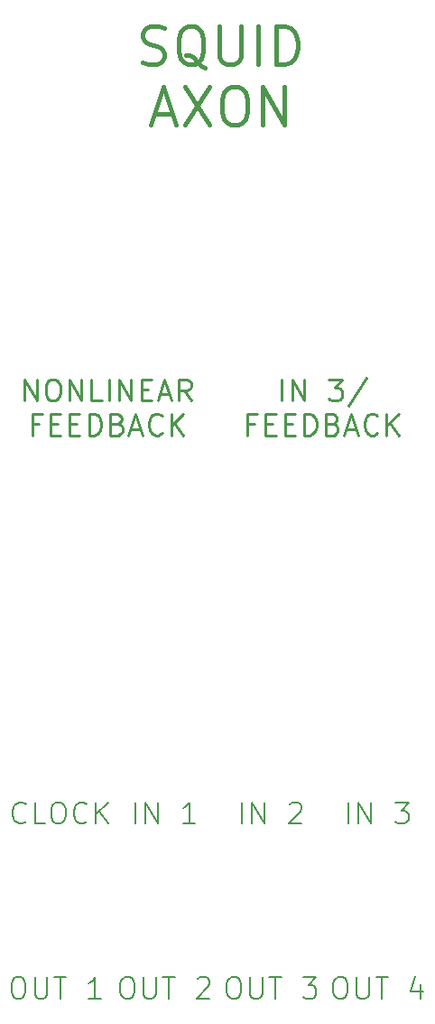
<source format=gbr>
G04 #@! TF.GenerationSoftware,KiCad,Pcbnew,(5.1.5-0)*
G04 #@! TF.CreationDate,2021-01-12T22:51:31-08:00*
G04 #@! TF.ProjectId,squidaxon,73717569-6461-4786-9f6e-2e6b69636164,rev?*
G04 #@! TF.SameCoordinates,Original*
G04 #@! TF.FileFunction,Legend,Top*
G04 #@! TF.FilePolarity,Positive*
%FSLAX46Y46*%
G04 Gerber Fmt 4.6, Leading zero omitted, Abs format (unit mm)*
G04 Created by KiCad (PCBNEW (5.1.5-0)) date 2021-01-12 22:51:31*
%MOMM*%
%LPD*%
G04 APERTURE LIST*
%ADD10C,0.250000*%
%ADD11C,0.200000*%
%ADD12C,0.400000*%
G04 APERTURE END LIST*
D10*
X26190476Y-36479761D02*
X26190476Y-34479761D01*
X27142857Y-36479761D02*
X27142857Y-34479761D01*
X28285714Y-36479761D01*
X28285714Y-34479761D01*
X30571428Y-34479761D02*
X31809523Y-34479761D01*
X31142857Y-35241666D01*
X31428571Y-35241666D01*
X31619047Y-35336904D01*
X31714285Y-35432142D01*
X31809523Y-35622619D01*
X31809523Y-36098809D01*
X31714285Y-36289285D01*
X31619047Y-36384523D01*
X31428571Y-36479761D01*
X30857142Y-36479761D01*
X30666666Y-36384523D01*
X30571428Y-36289285D01*
X34095238Y-34384523D02*
X32380952Y-36955952D01*
X23619047Y-38682142D02*
X22952380Y-38682142D01*
X22952380Y-39729761D02*
X22952380Y-37729761D01*
X23904761Y-37729761D01*
X24666666Y-38682142D02*
X25333333Y-38682142D01*
X25619047Y-39729761D02*
X24666666Y-39729761D01*
X24666666Y-37729761D01*
X25619047Y-37729761D01*
X26476190Y-38682142D02*
X27142857Y-38682142D01*
X27428571Y-39729761D02*
X26476190Y-39729761D01*
X26476190Y-37729761D01*
X27428571Y-37729761D01*
X28285714Y-39729761D02*
X28285714Y-37729761D01*
X28761904Y-37729761D01*
X29047619Y-37825000D01*
X29238095Y-38015476D01*
X29333333Y-38205952D01*
X29428571Y-38586904D01*
X29428571Y-38872619D01*
X29333333Y-39253571D01*
X29238095Y-39444047D01*
X29047619Y-39634523D01*
X28761904Y-39729761D01*
X28285714Y-39729761D01*
X30952380Y-38682142D02*
X31238095Y-38777380D01*
X31333333Y-38872619D01*
X31428571Y-39063095D01*
X31428571Y-39348809D01*
X31333333Y-39539285D01*
X31238095Y-39634523D01*
X31047619Y-39729761D01*
X30285714Y-39729761D01*
X30285714Y-37729761D01*
X30952380Y-37729761D01*
X31142857Y-37825000D01*
X31238095Y-37920238D01*
X31333333Y-38110714D01*
X31333333Y-38301190D01*
X31238095Y-38491666D01*
X31142857Y-38586904D01*
X30952380Y-38682142D01*
X30285714Y-38682142D01*
X32190476Y-39158333D02*
X33142857Y-39158333D01*
X32000000Y-39729761D02*
X32666666Y-37729761D01*
X33333333Y-39729761D01*
X35142857Y-39539285D02*
X35047619Y-39634523D01*
X34761904Y-39729761D01*
X34571428Y-39729761D01*
X34285714Y-39634523D01*
X34095238Y-39444047D01*
X34000000Y-39253571D01*
X33904761Y-38872619D01*
X33904761Y-38586904D01*
X34000000Y-38205952D01*
X34095238Y-38015476D01*
X34285714Y-37825000D01*
X34571428Y-37729761D01*
X34761904Y-37729761D01*
X35047619Y-37825000D01*
X35142857Y-37920238D01*
X36000000Y-39729761D02*
X36000000Y-37729761D01*
X37142857Y-39729761D02*
X36285714Y-38586904D01*
X37142857Y-37729761D02*
X36000000Y-38872619D01*
D11*
X21485714Y-90504761D02*
X21866666Y-90504761D01*
X22057142Y-90600000D01*
X22247619Y-90790476D01*
X22342857Y-91171428D01*
X22342857Y-91838095D01*
X22247619Y-92219047D01*
X22057142Y-92409523D01*
X21866666Y-92504761D01*
X21485714Y-92504761D01*
X21295238Y-92409523D01*
X21104761Y-92219047D01*
X21009523Y-91838095D01*
X21009523Y-91171428D01*
X21104761Y-90790476D01*
X21295238Y-90600000D01*
X21485714Y-90504761D01*
X23200000Y-90504761D02*
X23200000Y-92123809D01*
X23295238Y-92314285D01*
X23390476Y-92409523D01*
X23580952Y-92504761D01*
X23961904Y-92504761D01*
X24152380Y-92409523D01*
X24247619Y-92314285D01*
X24342857Y-92123809D01*
X24342857Y-90504761D01*
X25009523Y-90504761D02*
X26152380Y-90504761D01*
X25580952Y-92504761D02*
X25580952Y-90504761D01*
X28152380Y-90504761D02*
X29390476Y-90504761D01*
X28723809Y-91266666D01*
X29009523Y-91266666D01*
X29200000Y-91361904D01*
X29295238Y-91457142D01*
X29390476Y-91647619D01*
X29390476Y-92123809D01*
X29295238Y-92314285D01*
X29200000Y-92409523D01*
X29009523Y-92504761D01*
X28438095Y-92504761D01*
X28247619Y-92409523D01*
X28152380Y-92314285D01*
X1285714Y-90504761D02*
X1666666Y-90504761D01*
X1857142Y-90600000D01*
X2047619Y-90790476D01*
X2142857Y-91171428D01*
X2142857Y-91838095D01*
X2047619Y-92219047D01*
X1857142Y-92409523D01*
X1666666Y-92504761D01*
X1285714Y-92504761D01*
X1095238Y-92409523D01*
X904761Y-92219047D01*
X809523Y-91838095D01*
X809523Y-91171428D01*
X904761Y-90790476D01*
X1095238Y-90600000D01*
X1285714Y-90504761D01*
X3000000Y-90504761D02*
X3000000Y-92123809D01*
X3095238Y-92314285D01*
X3190476Y-92409523D01*
X3380952Y-92504761D01*
X3761904Y-92504761D01*
X3952380Y-92409523D01*
X4047619Y-92314285D01*
X4142857Y-92123809D01*
X4142857Y-90504761D01*
X4809523Y-90504761D02*
X5952380Y-90504761D01*
X5380952Y-92504761D02*
X5380952Y-90504761D01*
X9190476Y-92504761D02*
X8047619Y-92504761D01*
X8619047Y-92504761D02*
X8619047Y-90504761D01*
X8428571Y-90790476D01*
X8238095Y-90980952D01*
X8047619Y-91076190D01*
D12*
X13149999Y-4791666D02*
X13649999Y-4958333D01*
X14483333Y-4958333D01*
X14816666Y-4791666D01*
X14983333Y-4625000D01*
X15149999Y-4291666D01*
X15149999Y-3958333D01*
X14983333Y-3625000D01*
X14816666Y-3458333D01*
X14483333Y-3291666D01*
X13816666Y-3125000D01*
X13483333Y-2958333D01*
X13316666Y-2791666D01*
X13149999Y-2458333D01*
X13149999Y-2125000D01*
X13316666Y-1791666D01*
X13483333Y-1625000D01*
X13816666Y-1458333D01*
X14649999Y-1458333D01*
X15149999Y-1625000D01*
X18983333Y-5291666D02*
X18650000Y-5125000D01*
X18316666Y-4791666D01*
X17816666Y-4291666D01*
X17483333Y-4125000D01*
X17150000Y-4125000D01*
X17316666Y-4958333D02*
X16983333Y-4791666D01*
X16649999Y-4458333D01*
X16483333Y-3791666D01*
X16483333Y-2625000D01*
X16649999Y-1958333D01*
X16983333Y-1625000D01*
X17316666Y-1458333D01*
X17983333Y-1458333D01*
X18316666Y-1625000D01*
X18650000Y-1958333D01*
X18816666Y-2625000D01*
X18816666Y-3791666D01*
X18650000Y-4458333D01*
X18316666Y-4791666D01*
X17983333Y-4958333D01*
X17316666Y-4958333D01*
X20316666Y-1458333D02*
X20316666Y-4291666D01*
X20483333Y-4625000D01*
X20650000Y-4791666D01*
X20983333Y-4958333D01*
X21650000Y-4958333D01*
X21983333Y-4791666D01*
X22150000Y-4625000D01*
X22316666Y-4291666D01*
X22316666Y-1458333D01*
X23983333Y-4958333D02*
X23983333Y-1458333D01*
X25649999Y-4958333D02*
X25649999Y-1458333D01*
X26483333Y-1458333D01*
X26983333Y-1625000D01*
X27316666Y-1958333D01*
X27483333Y-2291666D01*
X27649999Y-2958333D01*
X27649999Y-3458333D01*
X27483333Y-4125000D01*
X27316666Y-4458333D01*
X26983333Y-4791666D01*
X26483333Y-4958333D01*
X25649999Y-4958333D01*
X14233333Y-9608333D02*
X15900000Y-9608333D01*
X13900000Y-10608333D02*
X15066666Y-7108333D01*
X16233333Y-10608333D01*
X17066666Y-7108333D02*
X19400000Y-10608333D01*
X19400000Y-7108333D02*
X17066666Y-10608333D01*
X21400000Y-7108333D02*
X22066666Y-7108333D01*
X22400000Y-7275000D01*
X22733333Y-7608333D01*
X22900000Y-8275000D01*
X22900000Y-9441666D01*
X22733333Y-10108333D01*
X22400000Y-10441666D01*
X22066666Y-10608333D01*
X21400000Y-10608333D01*
X21066666Y-10441666D01*
X20733333Y-10108333D01*
X20566666Y-9441666D01*
X20566666Y-8275000D01*
X20733333Y-7608333D01*
X21066666Y-7275000D01*
X21400000Y-7108333D01*
X24400000Y-10608333D02*
X24400000Y-7108333D01*
X26400000Y-10608333D01*
X26400000Y-7108333D01*
D10*
X2038095Y-36479761D02*
X2038095Y-34479761D01*
X3180952Y-36479761D01*
X3180952Y-34479761D01*
X4514285Y-34479761D02*
X4895238Y-34479761D01*
X5085714Y-34575000D01*
X5276190Y-34765476D01*
X5371428Y-35146428D01*
X5371428Y-35813095D01*
X5276190Y-36194047D01*
X5085714Y-36384523D01*
X4895238Y-36479761D01*
X4514285Y-36479761D01*
X4323809Y-36384523D01*
X4133333Y-36194047D01*
X4038095Y-35813095D01*
X4038095Y-35146428D01*
X4133333Y-34765476D01*
X4323809Y-34575000D01*
X4514285Y-34479761D01*
X6228571Y-36479761D02*
X6228571Y-34479761D01*
X7371428Y-36479761D01*
X7371428Y-34479761D01*
X9276190Y-36479761D02*
X8323809Y-36479761D01*
X8323809Y-34479761D01*
X9942857Y-36479761D02*
X9942857Y-34479761D01*
X10895238Y-36479761D02*
X10895238Y-34479761D01*
X12038095Y-36479761D01*
X12038095Y-34479761D01*
X12990476Y-35432142D02*
X13657142Y-35432142D01*
X13942857Y-36479761D02*
X12990476Y-36479761D01*
X12990476Y-34479761D01*
X13942857Y-34479761D01*
X14704761Y-35908333D02*
X15657142Y-35908333D01*
X14514285Y-36479761D02*
X15180952Y-34479761D01*
X15847619Y-36479761D01*
X17657142Y-36479761D02*
X16990476Y-35527380D01*
X16514285Y-36479761D02*
X16514285Y-34479761D01*
X17276190Y-34479761D01*
X17466666Y-34575000D01*
X17561904Y-34670238D01*
X17657142Y-34860714D01*
X17657142Y-35146428D01*
X17561904Y-35336904D01*
X17466666Y-35432142D01*
X17276190Y-35527380D01*
X16514285Y-35527380D01*
X3419047Y-38682142D02*
X2752380Y-38682142D01*
X2752380Y-39729761D02*
X2752380Y-37729761D01*
X3704761Y-37729761D01*
X4466666Y-38682142D02*
X5133333Y-38682142D01*
X5419047Y-39729761D02*
X4466666Y-39729761D01*
X4466666Y-37729761D01*
X5419047Y-37729761D01*
X6276190Y-38682142D02*
X6942857Y-38682142D01*
X7228571Y-39729761D02*
X6276190Y-39729761D01*
X6276190Y-37729761D01*
X7228571Y-37729761D01*
X8085714Y-39729761D02*
X8085714Y-37729761D01*
X8561904Y-37729761D01*
X8847619Y-37825000D01*
X9038095Y-38015476D01*
X9133333Y-38205952D01*
X9228571Y-38586904D01*
X9228571Y-38872619D01*
X9133333Y-39253571D01*
X9038095Y-39444047D01*
X8847619Y-39634523D01*
X8561904Y-39729761D01*
X8085714Y-39729761D01*
X10752380Y-38682142D02*
X11038095Y-38777380D01*
X11133333Y-38872619D01*
X11228571Y-39063095D01*
X11228571Y-39348809D01*
X11133333Y-39539285D01*
X11038095Y-39634523D01*
X10847619Y-39729761D01*
X10085714Y-39729761D01*
X10085714Y-37729761D01*
X10752380Y-37729761D01*
X10942857Y-37825000D01*
X11038095Y-37920238D01*
X11133333Y-38110714D01*
X11133333Y-38301190D01*
X11038095Y-38491666D01*
X10942857Y-38586904D01*
X10752380Y-38682142D01*
X10085714Y-38682142D01*
X11990476Y-39158333D02*
X12942857Y-39158333D01*
X11800000Y-39729761D02*
X12466666Y-37729761D01*
X13133333Y-39729761D01*
X14942857Y-39539285D02*
X14847619Y-39634523D01*
X14561904Y-39729761D01*
X14371428Y-39729761D01*
X14085714Y-39634523D01*
X13895238Y-39444047D01*
X13800000Y-39253571D01*
X13704761Y-38872619D01*
X13704761Y-38586904D01*
X13800000Y-38205952D01*
X13895238Y-38015476D01*
X14085714Y-37825000D01*
X14371428Y-37729761D01*
X14561904Y-37729761D01*
X14847619Y-37825000D01*
X14942857Y-37920238D01*
X15800000Y-39729761D02*
X15800000Y-37729761D01*
X16942857Y-39729761D02*
X16085714Y-38586904D01*
X16942857Y-37729761D02*
X15800000Y-38872619D01*
D11*
X31485714Y-90504761D02*
X31866666Y-90504761D01*
X32057142Y-90600000D01*
X32247619Y-90790476D01*
X32342857Y-91171428D01*
X32342857Y-91838095D01*
X32247619Y-92219047D01*
X32057142Y-92409523D01*
X31866666Y-92504761D01*
X31485714Y-92504761D01*
X31295238Y-92409523D01*
X31104761Y-92219047D01*
X31009523Y-91838095D01*
X31009523Y-91171428D01*
X31104761Y-90790476D01*
X31295238Y-90600000D01*
X31485714Y-90504761D01*
X33200000Y-90504761D02*
X33200000Y-92123809D01*
X33295238Y-92314285D01*
X33390476Y-92409523D01*
X33580952Y-92504761D01*
X33961904Y-92504761D01*
X34152380Y-92409523D01*
X34247619Y-92314285D01*
X34342857Y-92123809D01*
X34342857Y-90504761D01*
X35009523Y-90504761D02*
X36152380Y-90504761D01*
X35580952Y-92504761D02*
X35580952Y-90504761D01*
X39200000Y-91171428D02*
X39200000Y-92504761D01*
X38723809Y-90409523D02*
X38247619Y-91838095D01*
X39485714Y-91838095D01*
X11485714Y-90504761D02*
X11866666Y-90504761D01*
X12057142Y-90600000D01*
X12247619Y-90790476D01*
X12342857Y-91171428D01*
X12342857Y-91838095D01*
X12247619Y-92219047D01*
X12057142Y-92409523D01*
X11866666Y-92504761D01*
X11485714Y-92504761D01*
X11295238Y-92409523D01*
X11104761Y-92219047D01*
X11009523Y-91838095D01*
X11009523Y-91171428D01*
X11104761Y-90790476D01*
X11295238Y-90600000D01*
X11485714Y-90504761D01*
X13200000Y-90504761D02*
X13200000Y-92123809D01*
X13295238Y-92314285D01*
X13390476Y-92409523D01*
X13580952Y-92504761D01*
X13961904Y-92504761D01*
X14152380Y-92409523D01*
X14247619Y-92314285D01*
X14342857Y-92123809D01*
X14342857Y-90504761D01*
X15009523Y-90504761D02*
X16152380Y-90504761D01*
X15580952Y-92504761D02*
X15580952Y-90504761D01*
X18247619Y-90695238D02*
X18342857Y-90600000D01*
X18533333Y-90504761D01*
X19009523Y-90504761D01*
X19200000Y-90600000D01*
X19295238Y-90695238D01*
X19390476Y-90885714D01*
X19390476Y-91076190D01*
X19295238Y-91361904D01*
X18152380Y-92504761D01*
X19390476Y-92504761D01*
X2161904Y-75914285D02*
X2066666Y-76009523D01*
X1780952Y-76104761D01*
X1590476Y-76104761D01*
X1304761Y-76009523D01*
X1114285Y-75819047D01*
X1019047Y-75628571D01*
X923809Y-75247619D01*
X923809Y-74961904D01*
X1019047Y-74580952D01*
X1114285Y-74390476D01*
X1304761Y-74200000D01*
X1590476Y-74104761D01*
X1780952Y-74104761D01*
X2066666Y-74200000D01*
X2161904Y-74295238D01*
X3971428Y-76104761D02*
X3019047Y-76104761D01*
X3019047Y-74104761D01*
X5019047Y-74104761D02*
X5400000Y-74104761D01*
X5590476Y-74200000D01*
X5780952Y-74390476D01*
X5876190Y-74771428D01*
X5876190Y-75438095D01*
X5780952Y-75819047D01*
X5590476Y-76009523D01*
X5400000Y-76104761D01*
X5019047Y-76104761D01*
X4828571Y-76009523D01*
X4638095Y-75819047D01*
X4542857Y-75438095D01*
X4542857Y-74771428D01*
X4638095Y-74390476D01*
X4828571Y-74200000D01*
X5019047Y-74104761D01*
X7876190Y-75914285D02*
X7780952Y-76009523D01*
X7495238Y-76104761D01*
X7304761Y-76104761D01*
X7019047Y-76009523D01*
X6828571Y-75819047D01*
X6733333Y-75628571D01*
X6638095Y-75247619D01*
X6638095Y-74961904D01*
X6733333Y-74580952D01*
X6828571Y-74390476D01*
X7019047Y-74200000D01*
X7304761Y-74104761D01*
X7495238Y-74104761D01*
X7780952Y-74200000D01*
X7876190Y-74295238D01*
X8733333Y-76104761D02*
X8733333Y-74104761D01*
X9876190Y-76104761D02*
X9019047Y-74961904D01*
X9876190Y-74104761D02*
X8733333Y-75247619D01*
X32438095Y-76104761D02*
X32438095Y-74104761D01*
X33390476Y-76104761D02*
X33390476Y-74104761D01*
X34533333Y-76104761D01*
X34533333Y-74104761D01*
X36819047Y-74104761D02*
X38057142Y-74104761D01*
X37390476Y-74866666D01*
X37676190Y-74866666D01*
X37866666Y-74961904D01*
X37961904Y-75057142D01*
X38057142Y-75247619D01*
X38057142Y-75723809D01*
X37961904Y-75914285D01*
X37866666Y-76009523D01*
X37676190Y-76104761D01*
X37104761Y-76104761D01*
X36914285Y-76009523D01*
X36819047Y-75914285D01*
X22438095Y-76104761D02*
X22438095Y-74104761D01*
X23390476Y-76104761D02*
X23390476Y-74104761D01*
X24533333Y-76104761D01*
X24533333Y-74104761D01*
X26914285Y-74295238D02*
X27009523Y-74200000D01*
X27200000Y-74104761D01*
X27676190Y-74104761D01*
X27866666Y-74200000D01*
X27961904Y-74295238D01*
X28057142Y-74485714D01*
X28057142Y-74676190D01*
X27961904Y-74961904D01*
X26819047Y-76104761D01*
X28057142Y-76104761D01*
X12438095Y-76104761D02*
X12438095Y-74104761D01*
X13390476Y-76104761D02*
X13390476Y-74104761D01*
X14533333Y-76104761D01*
X14533333Y-74104761D01*
X18057142Y-76104761D02*
X16914285Y-76104761D01*
X17485714Y-76104761D02*
X17485714Y-74104761D01*
X17295238Y-74390476D01*
X17104761Y-74580952D01*
X16914285Y-74676190D01*
M02*

</source>
